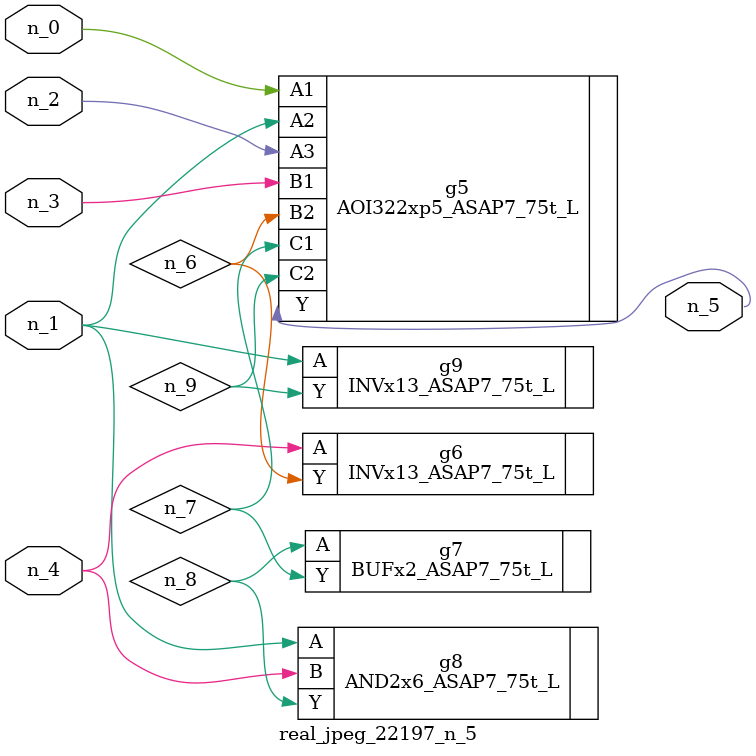
<source format=v>
module real_jpeg_22197_n_5 (n_4, n_0, n_1, n_2, n_3, n_5);

input n_4;
input n_0;
input n_1;
input n_2;
input n_3;

output n_5;

wire n_8;
wire n_6;
wire n_7;
wire n_9;

AOI322xp5_ASAP7_75t_L g5 ( 
.A1(n_0),
.A2(n_1),
.A3(n_2),
.B1(n_3),
.B2(n_6),
.C1(n_7),
.C2(n_9),
.Y(n_5)
);

AND2x6_ASAP7_75t_L g8 ( 
.A(n_1),
.B(n_4),
.Y(n_8)
);

INVx13_ASAP7_75t_L g9 ( 
.A(n_1),
.Y(n_9)
);

INVx13_ASAP7_75t_L g6 ( 
.A(n_4),
.Y(n_6)
);

BUFx2_ASAP7_75t_L g7 ( 
.A(n_8),
.Y(n_7)
);


endmodule
</source>
